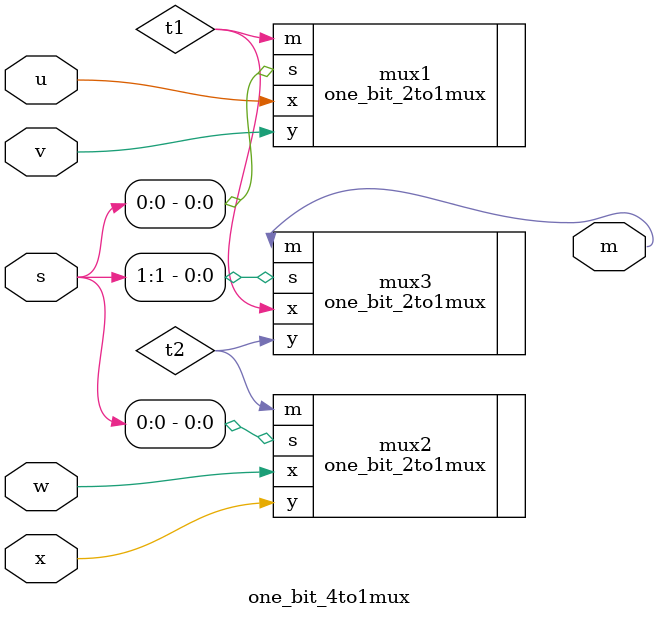
<source format=v>
module one_bit_4to1mux (s,u,v,w,x,m);
 
	input[1:0] s;
	input u,v,w,x;
	output m;
	
	wire t1, t2;
	
	
	one_bit_2to1mux mux1(.s(s[0]),.x(u),.y(v),.m(t1)); //complete
	one_bit_2to1mux mux2(.s(s[0]),.x(w),.y(x),.m(t2));
	
	one_bit_2to1mux mux3(.s(s[1]),.x(t1),.y(t2),.m(m));
	
 
endmodule

</source>
